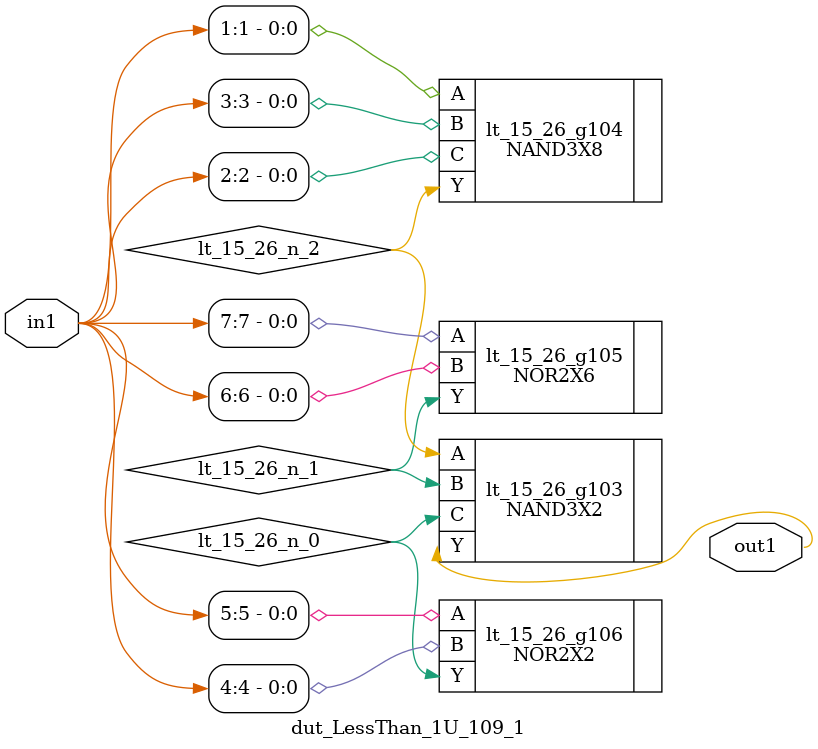
<source format=v>
`timescale 1ps / 1ps


module dut_LessThan_1U_109_1(in1, out1);
  input [7:0] in1;
  output out1;
  wire [7:0] in1;
  wire out1;
  wire lt_15_26_n_0, lt_15_26_n_1, lt_15_26_n_2;
  NAND3X2 lt_15_26_g103(.A (lt_15_26_n_2), .B (lt_15_26_n_1), .C
       (lt_15_26_n_0), .Y (out1));
  NAND3X8 lt_15_26_g104(.A (in1[1]), .B (in1[3]), .C (in1[2]), .Y
       (lt_15_26_n_2));
  NOR2X6 lt_15_26_g105(.A (in1[7]), .B (in1[6]), .Y (lt_15_26_n_1));
  NOR2X2 lt_15_26_g106(.A (in1[5]), .B (in1[4]), .Y (lt_15_26_n_0));
endmodule



</source>
